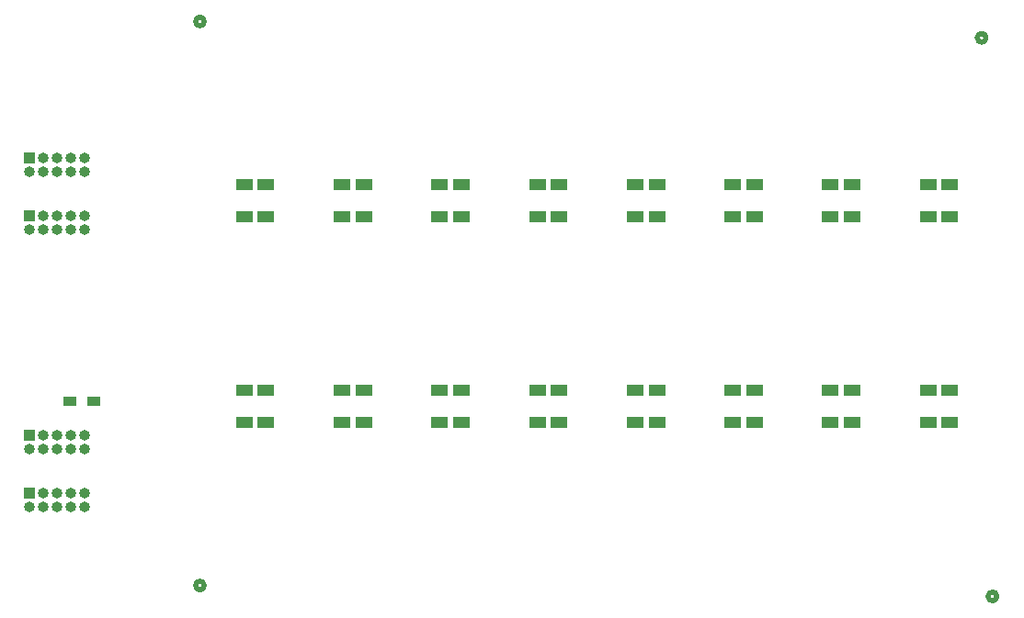
<source format=gts>
G04 #@! TF.GenerationSoftware,KiCad,Pcbnew,(5.1.6-0-10_14)*
G04 #@! TF.CreationDate,2021-06-30T10:39:40+09:00*
G04 #@! TF.ProjectId,qPCR-photodiode,71504352-2d70-4686-9f74-6f64696f6465,rev?*
G04 #@! TF.SameCoordinates,Original*
G04 #@! TF.FileFunction,Soldermask,Top*
G04 #@! TF.FilePolarity,Negative*
%FSLAX46Y46*%
G04 Gerber Fmt 4.6, Leading zero omitted, Abs format (unit mm)*
G04 Created by KiCad (PCBNEW (5.1.6-0-10_14)) date 2021-06-30 10:39:40*
%MOMM*%
%LPD*%
G01*
G04 APERTURE LIST*
%ADD10C,0.475000*%
%ADD11O,1.000000X1.000000*%
%ADD12R,1.000000X1.000000*%
%ADD13R,1.600000X1.000000*%
%ADD14R,1.200000X0.900000*%
G04 APERTURE END LIST*
D10*
X101900000Y-74000000D02*
G75*
G03*
X101900000Y-74000000I-400000J0D01*
G01*
X173900000Y-75500000D02*
G75*
G03*
X173900000Y-75500000I-400000J0D01*
G01*
X174900000Y-127000000D02*
G75*
G03*
X174900000Y-127000000I-400000J0D01*
G01*
X101900000Y-126000000D02*
G75*
G03*
X101900000Y-126000000I-400000J0D01*
G01*
D11*
X90910204Y-93198814D03*
X90910204Y-91928814D03*
X89640204Y-93198814D03*
X89640204Y-91928814D03*
X88370204Y-93198814D03*
X88370204Y-91928814D03*
X87100204Y-93198814D03*
X87100204Y-91928814D03*
X85830204Y-93198814D03*
D12*
X85830204Y-91928814D03*
D13*
X105578789Y-88998367D03*
X105578789Y-91998367D03*
X107578789Y-91998367D03*
X107578789Y-88998367D03*
X105578789Y-107997934D03*
X105578789Y-110997934D03*
X107578789Y-110997934D03*
X107578789Y-107997934D03*
X114578789Y-107997934D03*
X114578789Y-110997934D03*
X116578789Y-110997934D03*
X116578789Y-107997934D03*
X123578789Y-107997934D03*
X123578789Y-110997934D03*
X125578789Y-110997934D03*
X125578789Y-107997934D03*
X132578789Y-107997934D03*
X132578789Y-110997934D03*
X134578789Y-110997934D03*
X134578789Y-107997934D03*
X141578789Y-110997934D03*
X141578789Y-107997934D03*
X143578789Y-107997934D03*
X143578789Y-110997934D03*
X150578789Y-110997934D03*
X150578789Y-107997934D03*
X152578789Y-107997934D03*
X152578789Y-110997934D03*
X159578789Y-110997934D03*
X159578789Y-107997934D03*
X161578789Y-107997934D03*
X161578789Y-110997934D03*
X168578789Y-110997934D03*
X168578789Y-107997934D03*
X170578789Y-107997934D03*
X170578789Y-110997934D03*
X114578789Y-88998367D03*
X114578789Y-91998367D03*
X116578789Y-91998367D03*
X116578789Y-88998367D03*
X123578789Y-88998367D03*
X123578789Y-91998367D03*
X125578789Y-91998367D03*
X125578789Y-88998367D03*
X132578789Y-88998367D03*
X132578789Y-91998367D03*
X134578789Y-91998367D03*
X134578789Y-88998367D03*
X141578789Y-91998367D03*
X141578789Y-88998367D03*
X143578789Y-88998367D03*
X143578789Y-91998367D03*
X150578789Y-91998367D03*
X150578789Y-88998367D03*
X152578789Y-88998367D03*
X152578789Y-91998367D03*
X159578789Y-91998367D03*
X159578789Y-88998367D03*
X161578789Y-88998367D03*
X161578789Y-91998367D03*
X168578789Y-91998367D03*
X168578789Y-88998367D03*
X170578789Y-88998367D03*
X170578789Y-91998367D03*
D11*
X90910204Y-118738814D03*
X90910204Y-117468814D03*
X89640204Y-118738814D03*
X89640204Y-117468814D03*
X88370204Y-118738814D03*
X88370204Y-117468814D03*
X87100204Y-118738814D03*
X87100204Y-117468814D03*
X85830204Y-118738814D03*
D12*
X85830204Y-117468814D03*
X85830204Y-112134814D03*
D11*
X85830204Y-113404814D03*
X87100204Y-112134814D03*
X87100204Y-113404814D03*
X88370204Y-112134814D03*
X88370204Y-113404814D03*
X89640204Y-112134814D03*
X89640204Y-113404814D03*
X90910204Y-112134814D03*
X90910204Y-113404814D03*
D12*
X85830204Y-86594814D03*
D11*
X85830204Y-87864814D03*
X87100204Y-86594814D03*
X87100204Y-87864814D03*
X88370204Y-86594814D03*
X88370204Y-87864814D03*
X89640204Y-86594814D03*
X89640204Y-87864814D03*
X90910204Y-86594814D03*
X90910204Y-87864814D03*
D14*
X89540000Y-109000000D03*
X91740000Y-109000000D03*
M02*

</source>
